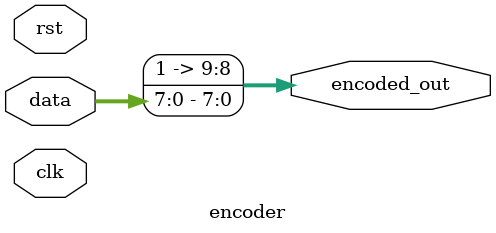
<source format=sv>

module encoder (input clk,rst,input [7:0]data,output [9:0] encoded_out);

assign encoded_out={2'b11,data};

endmodule
</source>
